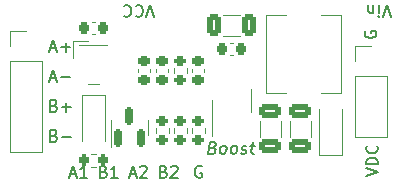
<source format=gto>
%TF.GenerationSoftware,KiCad,Pcbnew,(6.0.0-0)*%
%TF.CreationDate,2023-05-28T12:29:54+10:00*%
%TF.ProjectId,motor-driver,6d6f746f-722d-4647-9269-7665722e6b69,v1.0.0*%
%TF.SameCoordinates,Original*%
%TF.FileFunction,Legend,Top*%
%TF.FilePolarity,Positive*%
%FSLAX46Y46*%
G04 Gerber Fmt 4.6, Leading zero omitted, Abs format (unit mm)*
G04 Created by KiCad (PCBNEW (6.0.0-0)) date 2023-05-28 12:29:54*
%MOMM*%
%LPD*%
G01*
G04 APERTURE LIST*
G04 Aperture macros list*
%AMRoundRect*
0 Rectangle with rounded corners*
0 $1 Rounding radius*
0 $2 $3 $4 $5 $6 $7 $8 $9 X,Y pos of 4 corners*
0 Add a 4 corners polygon primitive as box body*
4,1,4,$2,$3,$4,$5,$6,$7,$8,$9,$2,$3,0*
0 Add four circle primitives for the rounded corners*
1,1,$1+$1,$2,$3*
1,1,$1+$1,$4,$5*
1,1,$1+$1,$6,$7*
1,1,$1+$1,$8,$9*
0 Add four rect primitives between the rounded corners*
20,1,$1+$1,$2,$3,$4,$5,0*
20,1,$1+$1,$4,$5,$6,$7,0*
20,1,$1+$1,$6,$7,$8,$9,0*
20,1,$1+$1,$8,$9,$2,$3,0*%
G04 Aperture macros list end*
%ADD10C,0.150000*%
%ADD11C,0.120000*%
%ADD12RoundRect,0.225000X-0.225000X-0.250000X0.225000X-0.250000X0.225000X0.250000X-0.225000X0.250000X0*%
%ADD13RoundRect,0.250000X0.325000X0.650000X-0.325000X0.650000X-0.325000X-0.650000X0.325000X-0.650000X0*%
%ADD14R,0.500000X0.250000*%
%ADD15R,1.000000X2.650000*%
%ADD16RoundRect,0.225000X0.250000X-0.225000X0.250000X0.225000X-0.250000X0.225000X-0.250000X-0.225000X0*%
%ADD17RoundRect,0.200000X0.275000X-0.200000X0.275000X0.200000X-0.275000X0.200000X-0.275000X-0.200000X0*%
%ADD18R,2.400000X1.500000*%
%ADD19R,1.200000X0.900000*%
%ADD20RoundRect,0.200000X0.200000X0.275000X-0.200000X0.275000X-0.200000X-0.275000X0.200000X-0.275000X0*%
%ADD21RoundRect,0.250000X0.650000X-0.325000X0.650000X0.325000X-0.650000X0.325000X-0.650000X-0.325000X0*%
%ADD22RoundRect,0.150000X0.150000X-0.587500X0.150000X0.587500X-0.150000X0.587500X-0.150000X-0.587500X0*%
%ADD23R,1.700000X1.700000*%
%ADD24O,1.700000X1.700000*%
%ADD25RoundRect,0.225000X0.225000X0.250000X-0.225000X0.250000X-0.225000X-0.250000X0.225000X-0.250000X0*%
%ADD26R,0.450000X1.450000*%
%ADD27RoundRect,0.225000X-0.250000X0.225000X-0.250000X-0.225000X0.250000X-0.225000X0.250000X0.225000X0*%
G04 APERTURE END LIST*
D10*
X133508857Y-95416666D02*
X133985047Y-95416666D01*
X133413619Y-95702380D02*
X133746952Y-94702380D01*
X134080285Y-95702380D01*
X134413619Y-95321428D02*
X135175523Y-95321428D01*
X134794571Y-95702380D02*
X134794571Y-94940476D01*
X143105238Y-105846571D02*
X143248095Y-105894190D01*
X143295714Y-105941809D01*
X143343333Y-106037047D01*
X143343333Y-106179904D01*
X143295714Y-106275142D01*
X143248095Y-106322761D01*
X143152857Y-106370380D01*
X142771904Y-106370380D01*
X142771904Y-105370380D01*
X143105238Y-105370380D01*
X143200476Y-105418000D01*
X143248095Y-105465619D01*
X143295714Y-105560857D01*
X143295714Y-105656095D01*
X143248095Y-105751333D01*
X143200476Y-105798952D01*
X143105238Y-105846571D01*
X142771904Y-105846571D01*
X143724285Y-105465619D02*
X143771904Y-105418000D01*
X143867142Y-105370380D01*
X144105238Y-105370380D01*
X144200476Y-105418000D01*
X144248095Y-105465619D01*
X144295714Y-105560857D01*
X144295714Y-105656095D01*
X144248095Y-105798952D01*
X143676666Y-106370380D01*
X144295714Y-106370380D01*
X160234380Y-106235333D02*
X161234380Y-105902000D01*
X160234380Y-105568666D01*
X161234380Y-105235333D02*
X160234380Y-105235333D01*
X160234380Y-104997238D01*
X160282000Y-104854380D01*
X160377238Y-104759142D01*
X160472476Y-104711523D01*
X160662952Y-104663904D01*
X160805809Y-104663904D01*
X160996285Y-104711523D01*
X161091523Y-104759142D01*
X161186761Y-104854380D01*
X161234380Y-104997238D01*
X161234380Y-105235333D01*
X161139142Y-103663904D02*
X161186761Y-103711523D01*
X161234380Y-103854380D01*
X161234380Y-103949619D01*
X161186761Y-104092476D01*
X161091523Y-104187714D01*
X160996285Y-104235333D01*
X160805809Y-104282952D01*
X160662952Y-104282952D01*
X160472476Y-104235333D01*
X160377238Y-104187714D01*
X160282000Y-104092476D01*
X160234380Y-103949619D01*
X160234380Y-103854380D01*
X160282000Y-103711523D01*
X160329619Y-103663904D01*
X140255714Y-106084666D02*
X140731904Y-106084666D01*
X140160476Y-106370380D02*
X140493809Y-105370380D01*
X140827142Y-106370380D01*
X141112857Y-105465619D02*
X141160476Y-105418000D01*
X141255714Y-105370380D01*
X141493809Y-105370380D01*
X141589047Y-105418000D01*
X141636666Y-105465619D01*
X141684285Y-105560857D01*
X141684285Y-105656095D01*
X141636666Y-105798952D01*
X141065238Y-106370380D01*
X141684285Y-106370380D01*
X160155000Y-93972095D02*
X160107380Y-94067333D01*
X160107380Y-94210190D01*
X160155000Y-94353047D01*
X160250238Y-94448285D01*
X160345476Y-94495904D01*
X160535952Y-94543523D01*
X160678809Y-94543523D01*
X160869285Y-94495904D01*
X160964523Y-94448285D01*
X161059761Y-94353047D01*
X161107380Y-94210190D01*
X161107380Y-94114952D01*
X161059761Y-93972095D01*
X161012142Y-93924476D01*
X160678809Y-93924476D01*
X160678809Y-94114952D01*
X133818380Y-100258571D02*
X133961238Y-100306190D01*
X134008857Y-100353809D01*
X134056476Y-100449047D01*
X134056476Y-100591904D01*
X134008857Y-100687142D01*
X133961238Y-100734761D01*
X133866000Y-100782380D01*
X133485047Y-100782380D01*
X133485047Y-99782380D01*
X133818380Y-99782380D01*
X133913619Y-99830000D01*
X133961238Y-99877619D01*
X134008857Y-99972857D01*
X134008857Y-100068095D01*
X133961238Y-100163333D01*
X133913619Y-100210952D01*
X133818380Y-100258571D01*
X133485047Y-100258571D01*
X134485047Y-100401428D02*
X135246952Y-100401428D01*
X134866000Y-100782380D02*
X134866000Y-100020476D01*
X135175714Y-106084666D02*
X135651904Y-106084666D01*
X135080476Y-106370380D02*
X135413809Y-105370380D01*
X135747142Y-106370380D01*
X136604285Y-106370380D02*
X136032857Y-106370380D01*
X136318571Y-106370380D02*
X136318571Y-105370380D01*
X136223333Y-105513238D01*
X136128095Y-105608476D01*
X136032857Y-105656095D01*
X138025238Y-105846571D02*
X138168095Y-105894190D01*
X138215714Y-105941809D01*
X138263333Y-106037047D01*
X138263333Y-106179904D01*
X138215714Y-106275142D01*
X138168095Y-106322761D01*
X138072857Y-106370380D01*
X137691904Y-106370380D01*
X137691904Y-105370380D01*
X138025238Y-105370380D01*
X138120476Y-105418000D01*
X138168095Y-105465619D01*
X138215714Y-105560857D01*
X138215714Y-105656095D01*
X138168095Y-105751333D01*
X138120476Y-105798952D01*
X138025238Y-105846571D01*
X137691904Y-105846571D01*
X139215714Y-106370380D02*
X138644285Y-106370380D01*
X138930000Y-106370380D02*
X138930000Y-105370380D01*
X138834761Y-105513238D01*
X138739523Y-105608476D01*
X138644285Y-105656095D01*
X133508857Y-97956666D02*
X133985047Y-97956666D01*
X133413619Y-98242380D02*
X133746952Y-97242380D01*
X134080285Y-98242380D01*
X134413619Y-97861428D02*
X135175523Y-97861428D01*
X146311904Y-105418000D02*
X146216666Y-105370380D01*
X146073809Y-105370380D01*
X145930952Y-105418000D01*
X145835714Y-105513238D01*
X145788095Y-105608476D01*
X145740476Y-105798952D01*
X145740476Y-105941809D01*
X145788095Y-106132285D01*
X145835714Y-106227523D01*
X145930952Y-106322761D01*
X146073809Y-106370380D01*
X146169047Y-106370380D01*
X146311904Y-106322761D01*
X146359523Y-106275142D01*
X146359523Y-105941809D01*
X146169047Y-105941809D01*
X147290994Y-103814571D02*
X147427898Y-103862190D01*
X147469565Y-103909809D01*
X147505279Y-104005047D01*
X147487422Y-104147904D01*
X147427898Y-104243142D01*
X147374327Y-104290761D01*
X147273136Y-104338380D01*
X146892184Y-104338380D01*
X147017184Y-103338380D01*
X147350517Y-103338380D01*
X147439803Y-103386000D01*
X147481470Y-103433619D01*
X147517184Y-103528857D01*
X147505279Y-103624095D01*
X147445755Y-103719333D01*
X147392184Y-103766952D01*
X147290994Y-103814571D01*
X146957660Y-103814571D01*
X148035041Y-104338380D02*
X147945755Y-104290761D01*
X147904089Y-104243142D01*
X147868375Y-104147904D01*
X147904089Y-103862190D01*
X147963613Y-103766952D01*
X148017184Y-103719333D01*
X148118375Y-103671714D01*
X148261232Y-103671714D01*
X148350517Y-103719333D01*
X148392184Y-103766952D01*
X148427898Y-103862190D01*
X148392184Y-104147904D01*
X148332660Y-104243142D01*
X148279089Y-104290761D01*
X148177898Y-104338380D01*
X148035041Y-104338380D01*
X148939803Y-104338380D02*
X148850517Y-104290761D01*
X148808851Y-104243142D01*
X148773136Y-104147904D01*
X148808851Y-103862190D01*
X148868375Y-103766952D01*
X148921946Y-103719333D01*
X149023136Y-103671714D01*
X149165994Y-103671714D01*
X149255279Y-103719333D01*
X149296946Y-103766952D01*
X149332660Y-103862190D01*
X149296946Y-104147904D01*
X149237422Y-104243142D01*
X149183851Y-104290761D01*
X149082660Y-104338380D01*
X148939803Y-104338380D01*
X149660041Y-104290761D02*
X149749327Y-104338380D01*
X149939803Y-104338380D01*
X150040994Y-104290761D01*
X150100517Y-104195523D01*
X150106470Y-104147904D01*
X150070755Y-104052666D01*
X149981470Y-104005047D01*
X149838613Y-104005047D01*
X149749327Y-103957428D01*
X149713613Y-103862190D01*
X149719565Y-103814571D01*
X149779089Y-103719333D01*
X149880279Y-103671714D01*
X150023136Y-103671714D01*
X150112422Y-103719333D01*
X150451708Y-103671714D02*
X150832660Y-103671714D01*
X150636232Y-103338380D02*
X150529089Y-104195523D01*
X150564803Y-104290761D01*
X150654089Y-104338380D01*
X150749327Y-104338380D01*
X142303333Y-92749619D02*
X141970000Y-91749619D01*
X141636666Y-92749619D01*
X140731904Y-91844857D02*
X140779523Y-91797238D01*
X140922380Y-91749619D01*
X141017619Y-91749619D01*
X141160476Y-91797238D01*
X141255714Y-91892476D01*
X141303333Y-91987714D01*
X141350952Y-92178190D01*
X141350952Y-92321047D01*
X141303333Y-92511523D01*
X141255714Y-92606761D01*
X141160476Y-92702000D01*
X141017619Y-92749619D01*
X140922380Y-92749619D01*
X140779523Y-92702000D01*
X140731904Y-92654380D01*
X139731904Y-91844857D02*
X139779523Y-91797238D01*
X139922380Y-91749619D01*
X140017619Y-91749619D01*
X140160476Y-91797238D01*
X140255714Y-91892476D01*
X140303333Y-91987714D01*
X140350952Y-92178190D01*
X140350952Y-92321047D01*
X140303333Y-92511523D01*
X140255714Y-92606761D01*
X140160476Y-92702000D01*
X140017619Y-92749619D01*
X139922380Y-92749619D01*
X139779523Y-92702000D01*
X139731904Y-92654380D01*
X133818380Y-102798571D02*
X133961238Y-102846190D01*
X134008857Y-102893809D01*
X134056476Y-102989047D01*
X134056476Y-103131904D01*
X134008857Y-103227142D01*
X133961238Y-103274761D01*
X133866000Y-103322380D01*
X133485047Y-103322380D01*
X133485047Y-102322380D01*
X133818380Y-102322380D01*
X133913619Y-102370000D01*
X133961238Y-102417619D01*
X134008857Y-102512857D01*
X134008857Y-102608095D01*
X133961238Y-102703333D01*
X133913619Y-102750952D01*
X133818380Y-102798571D01*
X133485047Y-102798571D01*
X134485047Y-102941428D02*
X135246952Y-102941428D01*
X162313809Y-92749619D02*
X161980476Y-91749619D01*
X161647142Y-92749619D01*
X161313809Y-91749619D02*
X161313809Y-92416285D01*
X161313809Y-92749619D02*
X161361428Y-92702000D01*
X161313809Y-92654380D01*
X161266190Y-92702000D01*
X161313809Y-92749619D01*
X161313809Y-92654380D01*
X160837619Y-92416285D02*
X160837619Y-91749619D01*
X160837619Y-92321047D02*
X160790000Y-92368666D01*
X160694761Y-92416285D01*
X160551904Y-92416285D01*
X160456666Y-92368666D01*
X160409047Y-92273428D01*
X160409047Y-91749619D01*
D11*
%TO.C,C5*%
X137019420Y-93216000D02*
X137300580Y-93216000D01*
X137019420Y-94236000D02*
X137300580Y-94236000D01*
%TO.C,C1*%
X149555252Y-92562000D02*
X148132748Y-92562000D01*
X149555252Y-94382000D02*
X148132748Y-94382000D01*
%TO.C,U2*%
X135910000Y-95154000D02*
X138280000Y-95154000D01*
X135460000Y-96274000D02*
X135460000Y-94774000D01*
X135460000Y-94774000D02*
X136660000Y-94774000D01*
X137660000Y-98394000D02*
X136660000Y-98394000D01*
%TO.C,C6*%
X142492000Y-97422580D02*
X142492000Y-97141420D01*
X143512000Y-97422580D02*
X143512000Y-97141420D01*
%TO.C,R4*%
X142479500Y-102599258D02*
X142479500Y-102124742D01*
X143524500Y-102599258D02*
X143524500Y-102124742D01*
%TO.C,L1*%
X156440000Y-92585000D02*
X158140000Y-92585000D01*
X151740000Y-92585000D02*
X153440000Y-92585000D01*
X153440000Y-99185000D02*
X151740000Y-99185000D01*
X158140000Y-92585000D02*
X158140000Y-99185000D01*
X158140000Y-99185000D02*
X156440000Y-99185000D01*
X151740000Y-99185000D02*
X151740000Y-92585000D01*
%TO.C,C4*%
X146560000Y-97422580D02*
X146560000Y-97141420D01*
X145540000Y-97422580D02*
X145540000Y-97141420D01*
%TO.C,D2*%
X136160000Y-99350000D02*
X136160000Y-103250000D01*
X138160000Y-99350000D02*
X138160000Y-103250000D01*
X138160000Y-99350000D02*
X136160000Y-99350000D01*
%TO.C,R3*%
X146572500Y-102599258D02*
X146572500Y-102124742D01*
X145527500Y-102599258D02*
X145527500Y-102124742D01*
%TO.C,R5*%
X137397258Y-105424500D02*
X136922742Y-105424500D01*
X137397258Y-104379500D02*
X136922742Y-104379500D01*
%TO.C,C8*%
X153776000Y-102946252D02*
X153776000Y-101523748D01*
X155596000Y-102946252D02*
X155596000Y-101523748D01*
%TO.C,Q1*%
X138648000Y-102108000D02*
X138648000Y-101458000D01*
X141768000Y-102108000D02*
X141768000Y-101458000D01*
X141768000Y-102108000D02*
X141768000Y-102758000D01*
X138648000Y-102108000D02*
X138648000Y-103783000D01*
%TO.C,J2*%
X159325000Y-95190000D02*
X160655000Y-95190000D01*
X159325000Y-97790000D02*
X159325000Y-102930000D01*
X159325000Y-97790000D02*
X161985000Y-97790000D01*
X159325000Y-102930000D02*
X161985000Y-102930000D01*
X161985000Y-97790000D02*
X161985000Y-102930000D01*
X159325000Y-96520000D02*
X159325000Y-95190000D01*
%TO.C,R2*%
X144003500Y-102599258D02*
X144003500Y-102124742D01*
X145048500Y-102599258D02*
X145048500Y-102124742D01*
%TO.C,C7*%
X153056000Y-102946252D02*
X153056000Y-101523748D01*
X151236000Y-102946252D02*
X151236000Y-101523748D01*
%TO.C,C2*%
X148984580Y-96014000D02*
X148703420Y-96014000D01*
X148984580Y-94994000D02*
X148703420Y-94994000D01*
%TO.C,J3*%
X130115000Y-93920000D02*
X131445000Y-93920000D01*
X132775000Y-96520000D02*
X132775000Y-104200000D01*
X130115000Y-96520000D02*
X132775000Y-96520000D01*
X130115000Y-95250000D02*
X130115000Y-93920000D01*
X130115000Y-104200000D02*
X132775000Y-104200000D01*
X130115000Y-96520000D02*
X130115000Y-104200000D01*
%TO.C,D1*%
X156226000Y-104485000D02*
X156226000Y-100585000D01*
X156226000Y-104485000D02*
X158226000Y-104485000D01*
X158226000Y-104485000D02*
X158226000Y-100585000D01*
%TO.C,U1*%
X147224000Y-99822000D02*
X147224000Y-102822000D01*
X150464000Y-98822000D02*
X150464000Y-100822000D01*
%TO.C,C3*%
X140968000Y-97141420D02*
X140968000Y-97422580D01*
X141988000Y-97141420D02*
X141988000Y-97422580D01*
%TO.C,R1*%
X144003500Y-97519258D02*
X144003500Y-97044742D01*
X145048500Y-97519258D02*
X145048500Y-97044742D01*
%TD*%
%LPC*%
D12*
%TO.C,C5*%
X136385000Y-93726000D03*
X137935000Y-93726000D03*
%TD*%
D13*
%TO.C,C1*%
X150319000Y-93472000D03*
X147369000Y-93472000D03*
%TD*%
D14*
%TO.C,U2*%
X136210000Y-95524000D03*
X136210000Y-96024000D03*
X136210000Y-96524000D03*
X136210000Y-97024000D03*
X136210000Y-97524000D03*
X136210000Y-98024000D03*
X138110000Y-98024000D03*
X138110000Y-97524000D03*
X138110000Y-97024000D03*
X138110000Y-96524000D03*
X138110000Y-96024000D03*
X138110000Y-95524000D03*
D15*
X137160000Y-96774000D03*
%TD*%
D16*
%TO.C,C6*%
X143002000Y-98057000D03*
X143002000Y-96507000D03*
%TD*%
D17*
%TO.C,R4*%
X143002000Y-103187000D03*
X143002000Y-101537000D03*
%TD*%
D18*
%TO.C,L1*%
X154940000Y-93135000D03*
X154940000Y-98635000D03*
%TD*%
D16*
%TO.C,C4*%
X146050000Y-98057000D03*
X146050000Y-96507000D03*
%TD*%
D19*
%TO.C,D2*%
X137160000Y-99950000D03*
X137160000Y-103250000D03*
%TD*%
D17*
%TO.C,R3*%
X146050000Y-103187000D03*
X146050000Y-101537000D03*
%TD*%
D20*
%TO.C,R5*%
X137985000Y-104902000D03*
X136335000Y-104902000D03*
%TD*%
D21*
%TO.C,C8*%
X154686000Y-103710000D03*
X154686000Y-100760000D03*
%TD*%
D22*
%TO.C,Q1*%
X139258000Y-103045500D03*
X141158000Y-103045500D03*
X140208000Y-101170500D03*
%TD*%
D23*
%TO.C,J2*%
X160655000Y-96520000D03*
D24*
X160655000Y-99060000D03*
X160655000Y-101600000D03*
%TD*%
D17*
%TO.C,R2*%
X144526000Y-103187000D03*
X144526000Y-101537000D03*
%TD*%
D21*
%TO.C,C7*%
X152146000Y-103710000D03*
X152146000Y-100760000D03*
%TD*%
D25*
%TO.C,C2*%
X149619000Y-95504000D03*
X148069000Y-95504000D03*
%TD*%
D23*
%TO.C,J3*%
X131445000Y-95250000D03*
D24*
X131445000Y-97790000D03*
X131445000Y-100330000D03*
X131445000Y-102870000D03*
%TD*%
D19*
%TO.C,D1*%
X157226000Y-103885000D03*
X157226000Y-100585000D03*
%TD*%
D26*
%TO.C,U1*%
X147869000Y-102022000D03*
X148519000Y-102022000D03*
X149169000Y-102022000D03*
X149819000Y-102022000D03*
X149819000Y-97622000D03*
X149169000Y-97622000D03*
X148519000Y-97622000D03*
X147869000Y-97622000D03*
%TD*%
D27*
%TO.C,C3*%
X141478000Y-96507000D03*
X141478000Y-98057000D03*
%TD*%
D17*
%TO.C,R1*%
X144526000Y-98107000D03*
X144526000Y-96457000D03*
%TD*%
D23*
%TO.C,J4*%
X128280000Y-90170000D03*
D24*
X130820000Y-90170000D03*
X133360000Y-90170000D03*
X135900000Y-90170000D03*
X138440000Y-90170000D03*
X140980000Y-90170000D03*
X143520000Y-90170000D03*
X146060000Y-90170000D03*
X148600000Y-90170000D03*
X151140000Y-90170000D03*
X153680000Y-90170000D03*
X156220000Y-90170000D03*
X158760000Y-90170000D03*
X161300000Y-90170000D03*
%TD*%
D23*
%TO.C,J1*%
X128280000Y-107950000D03*
D24*
X130820000Y-107950000D03*
X133360000Y-107950000D03*
X135900000Y-107950000D03*
X138440000Y-107950000D03*
X140980000Y-107950000D03*
X143520000Y-107950000D03*
X146060000Y-107950000D03*
X148600000Y-107950000D03*
X151140000Y-107950000D03*
X153680000Y-107950000D03*
X156220000Y-107950000D03*
X158760000Y-107950000D03*
X161300000Y-107950000D03*
%TD*%
M02*

</source>
